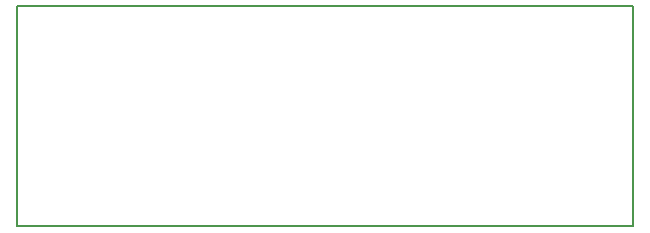
<source format=gbo>
G04 MADE WITH FRITZING*
G04 WWW.FRITZING.ORG*
G04 DOUBLE SIDED*
G04 HOLES PLATED*
G04 CONTOUR ON CENTER OF CONTOUR VECTOR*
%ASAXBY*%
%FSLAX23Y23*%
%MOIN*%
%OFA0B0*%
%SFA1.0B1.0*%
%ADD10R,2.063320X0.740535X2.047320X0.724535*%
%ADD11C,0.008000*%
%LNSILK0*%
G90*
G70*
G54D11*
X4Y737D02*
X2059Y737D01*
X2059Y4D01*
X4Y4D01*
X4Y737D01*
D02*
G04 End of Silk0*
M02*
</source>
